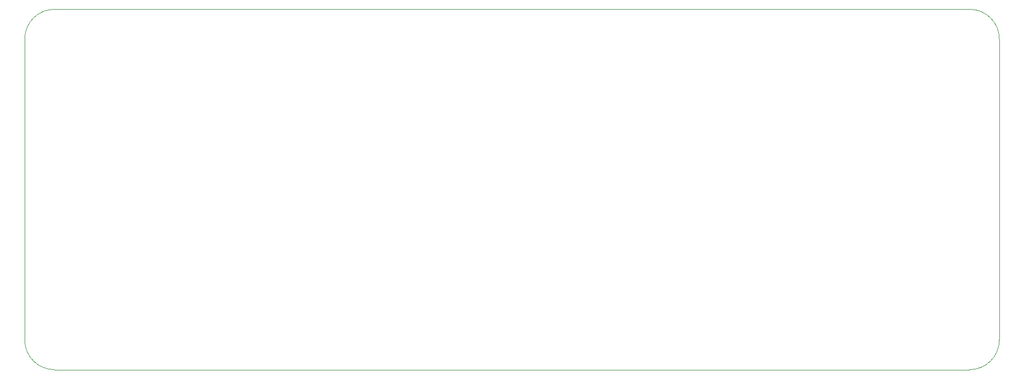
<source format=gm1>
%TF.GenerationSoftware,KiCad,Pcbnew,8.0.5*%
%TF.CreationDate,2024-10-12T12:22:27-07:00*%
%TF.ProjectId,STM32_Nixie,53544d33-325f-44e6-9978-69652e6b6963,rev?*%
%TF.SameCoordinates,Original*%
%TF.FileFunction,Profile,NP*%
%FSLAX46Y46*%
G04 Gerber Fmt 4.6, Leading zero omitted, Abs format (unit mm)*
G04 Created by KiCad (PCBNEW 8.0.5) date 2024-10-12 12:22:27*
%MOMM*%
%LPD*%
G01*
G04 APERTURE LIST*
%TA.AperFunction,Profile*%
%ADD10C,0.100000*%
%TD*%
G04 APERTURE END LIST*
D10*
X79700000Y-61500000D02*
X224300000Y-61500000D01*
X75000000Y-66200000D02*
G75*
G02*
X79700000Y-61500000I4700000J0D01*
G01*
X229000000Y-66200000D02*
X229000000Y-113800000D01*
X79700000Y-118500000D02*
G75*
G02*
X75000000Y-113800000I0J4700000D01*
G01*
X75000000Y-113800000D02*
X75000000Y-66200000D01*
X229000000Y-113800000D02*
G75*
G02*
X224300000Y-118500000I-4700000J0D01*
G01*
X224300000Y-61500000D02*
G75*
G02*
X229000000Y-66200000I0J-4700000D01*
G01*
X224300000Y-118500000D02*
X79700000Y-118500000D01*
M02*

</source>
